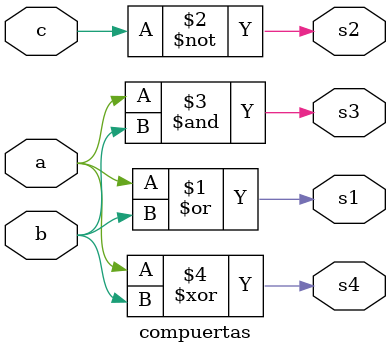
<source format=v>
module compuertas (
input a,b,c,
output s1,s2,s3,s4
);

assign s1 = a | b ;
assign s2 = ~c;
assign s3 = a & b;
assign s4 = a ^ b;
endmodule


</source>
